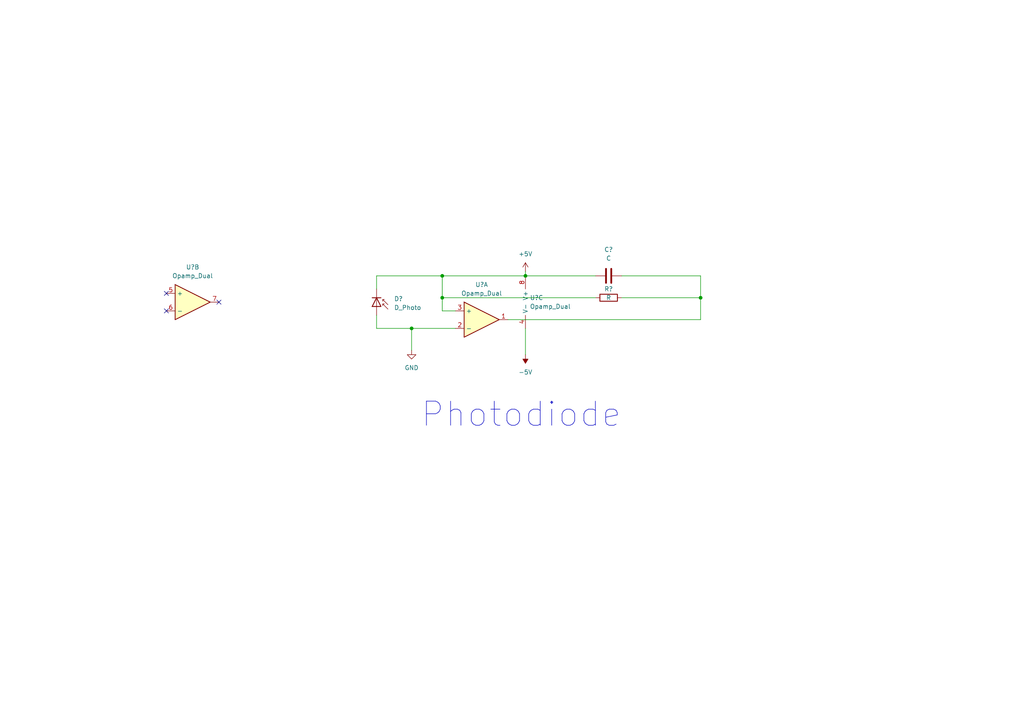
<source format=kicad_sch>
(kicad_sch (version 20211123) (generator eeschema)
  (paper "A4")
  (lib_symbols
    (symbol "Device:C" (pin_numbers hide) (pin_names (offset 0.254))
      (property "Reference" "C" (at 0.635 2.54 0))
      (property "Value" "C" (at 0.635 -2.54 0))
      (symbol "C_0_1"
        (polyline (pts (xy -2.032 -0.762) (xy 2.032 -0.762)) (stroke (width 0.508)))
        (polyline (pts (xy -2.032 0.762) (xy 2.032 0.762)) (stroke (width 0.508)))
      )
      (symbol "C_1_1"
        (pin passive line (at 0 3.81 270) (length 2.794) (name "~") (number "1"))
        (pin passive line (at 0 -3.81 90) (length 2.794) (name "~") (number "2"))
      )
    )
    (symbol "Device:D_Photo" (pin_numbers hide) (pin_names hide)
      (property "Reference" "D" (at 0.508 1.778 0))
      (property "Value" "D_Photo" (at -1.016 -2.794 0))
      (symbol "D_Photo_0_1"
        (polyline (pts (xy -2.54 1.27) (xy -2.54 -1.27)) (stroke (width 0.254)))
        (polyline (pts (xy -2.032 1.778) (xy -1.524 1.778)))
        (polyline (pts (xy 0 0) (xy -2.54 0)))
        (polyline (pts (xy -0.508 3.302) (xy -2.032 1.778) (xy -2.032 2.286)))
        (polyline (pts (xy 0 -1.27) (xy 0 1.27) (xy -2.54 0) (xy 0 -1.27)) (stroke (width 0.254)))
        (polyline (pts (xy 0.762 3.302) (xy -0.762 1.778) (xy -0.762 2.286) (xy -0.762 1.778) (xy -0.254 1.778)))
      )
      (symbol "D_Photo_1_1"
        (pin passive line (at -5.08 0 0) (length 2.54) (name "K") (number "1"))
        (pin passive line (at 2.54 0 180) (length 2.54) (name "A") (number "2"))
      )
    )
    (symbol "Device:Opamp_Dual"
      (property "Reference" "U" (at 0 5.08 0))
      (property "Value" "Opamp_Dual" (at 0 -5.08 0))
      (symbol "Opamp_Dual_1_1"
        (polyline (pts (xy -5.08 5.08) (xy 5.08 0) (xy -5.08 -5.08) (xy -5.08 5.08)) (stroke (width 0.254)) (fill (type background)))
        (pin output line (at 7.62 0 180) (length 2.54) (name "~") (number "1"))
        (pin input line (at -7.62 -2.54 0) (length 2.54) (name "-") (number "2"))
        (pin input line (at -7.62 2.54 0) (length 2.54) (name "+") (number "3"))
      )
      (symbol "Opamp_Dual_2_1"
        (polyline (pts (xy -5.08 5.08) (xy 5.08 0) (xy -5.08 -5.08) (xy -5.08 5.08)) (stroke (width 0.254)) (fill (type background)))
        (pin input line (at -7.62 2.54 0) (length 2.54) (name "+") (number "5"))
        (pin input line (at -7.62 -2.54 0) (length 2.54) (name "-") (number "6"))
        (pin output line (at 7.62 0 180) (length 2.54) (name "~") (number "7"))
      )
      (symbol "Opamp_Dual_3_1"
        (pin power_in line (at -2.54 -7.62 90) (length 3.81) (name "V-") (number "4"))
        (pin power_in line (at -2.54 7.62 270) (length 3.81) (name "V+") (number "8"))
      )
    )
    (symbol "Device:R" (pin_numbers hide) (pin_names (offset 0))
      (property "Reference" "R" (at 2.032 0 90))
      (property "Value" "R" (at 0 0 90))
      (symbol "R_0_1"
        (rectangle (start -1.016 -2.54) (end 1.016 2.54) (stroke (width 0.254)))
      )
      (symbol "R_1_1"
        (pin passive line (at 0 3.81 270) (length 1.27) (name "~") (number "1"))
        (pin passive line (at 0 -3.81 90) (length 1.27) (name "~") (number "2"))
      )
    )
    (symbol "power:+5V" (power) (pin_names (offset 0))
      (property "Value" "+5V" (at 0 3.556 0))
      (symbol "+5V_0_1"
        (polyline (pts (xy -0.762 1.27) (xy 0 2.54)))
        (polyline (pts (xy 0 0) (xy 0 2.54)))
        (polyline (pts (xy 0 2.54) (xy 0.762 1.27)))
      )
      (symbol "+5V_1_1"
        (pin power_in line (at 0 0 90) (length 0) hide (name "+5V") (number "1"))
      )
    )
    (symbol "power:-5V" (power) (pin_names (offset 0))
      (property "Value" "-5V" (at 0 3.81 0))
      (symbol "-5V_0_0"
        (pin power_in line (at 0 0 90) (length 0) hide (name "-5V") (number "1"))
      )
      (symbol "-5V_0_1"
        (polyline (pts (xy 0 0) (xy 0 1.27) (xy 0.762 1.27) (xy 0 2.54) (xy -0.762 1.27) (xy 0 1.27)) (fill (type outline)))
      )
    )
    (symbol "power:GND" (power) (pin_names (offset 0))
      (property "Value" "GND" (at 0 -3.81 0))
      (symbol "GND_0_1"
        (polyline (pts (xy 0 0) (xy 0 -1.27) (xy 1.27 -1.27) (xy 0 -2.54) (xy -1.27 -1.27) (xy 0 -1.27)))
      )
      (symbol "GND_1_1"
        (pin power_in line (at 0 0 270) (length 0) hide (name "GND") (number "1"))
      )
    )
  )
  (junction (at 128.27 86.36))
  (junction (at 128.27 80.01))
  (junction (at 119.38 95.25))
  (junction (at 152.4 80.01))
  (junction (at 203.2 86.36))
  (no_connect (at 48.26 85.09))
  (no_connect (at 63.5 87.63))
  (no_connect (at 48.26 90.17))
  (wire (pts (xy 109.22 80.01) (xy 128.27 80.01)))
  (wire (pts (xy 132.08 90.17) (xy 128.27 90.17)))
  (wire (pts (xy 128.27 90.17) (xy 128.27 86.36)))
  (wire (pts (xy 152.4 95.25) (xy 152.4 102.87)))
  (wire (pts (xy 152.4 78.74) (xy 152.4 80.01)))
  (wire (pts (xy 203.2 86.36) (xy 203.2 80.01)))
  (wire (pts (xy 119.38 101.6) (xy 119.38 95.25)))
  (wire (pts (xy 147.32 92.71) (xy 203.2 92.71)))
  (wire (pts (xy 180.34 86.36) (xy 203.2 86.36)))
  (wire (pts (xy 128.27 86.36) (xy 172.72 86.36)))
  (wire (pts (xy 119.38 95.25) (xy 132.08 95.25)))
  (wire (pts (xy 109.22 95.25) (xy 119.38 95.25)))
  (wire (pts (xy 128.27 80.01) (xy 152.4 80.01)))
  (wire (pts (xy 152.4 80.01) (xy 172.72 80.01)))
  (wire (pts (xy 109.22 83.82) (xy 109.22 80.01)))
  (wire (pts (xy 180.34 80.01) (xy 203.2 80.01)))
  (wire (pts (xy 203.2 92.71) (xy 203.2 86.36)))
  (wire (pts (xy 109.22 91.44) (xy 109.22 95.25)))
  (wire (pts (xy 128.27 80.01) (xy 128.27 86.36)))
  (text "Photodiode" (at 121.92 124.46 0) (effects (font (size 7 7)) (justify left bottom)))
  (symbol (lib_id "Device:Opamp_Dual") (at 154.94 87.63 0) (unit 3)
    (property "Reference" "U?" (at 153.67 86.3599 0) (effects (justify left)))
    (property "Value" "Opamp_Dual" (at 153.67 88.8999 0) (effects (justify left)))
  )
  (symbol (lib_id "Device:D_Photo") (at 109.22 88.9 270) (unit 1)
    (property "Reference" "D?" (at 114.3 86.6774 90) (effects (justify left)))
    (property "Value" "D_Photo" (at 114.3 89.2174 90) (effects (justify left)))
  )
  (symbol (lib_id "Device:R") (at 176.53 86.36 90) (unit 1)
    (property "Reference" "R?" (at 176.53 83.82 90))
    (property "Value" "R" (at 176.53 86.36 90))
  )
  (symbol (lib_id "power:+5V") (at 152.4 78.74 0) (unit 1)
    (property "Reference" "#PWR?" (effects hide))
    (property "Value" "+5V" (at 152.4 73.66 0))
  )
  (symbol (lib_id "Device:Opamp_Dual") (at 55.88 87.63 0) (unit 2)
    (property "Reference" "U?" (at 55.88 77.47 0))
    (property "Value" "Opamp_Dual" (at 55.88 80.01 0))
  )
  (symbol (lib_id "Device:C") (at 176.53 80.01 90) (unit 1)
    (property "Reference" "C?" (at 176.53 72.39 90))
    (property "Value" "C" (at 176.53 74.93 90))
  )
  (symbol (lib_id "Device:Opamp_Dual") (at 139.7 92.71 0) (unit 1)
    (property "Reference" "U?" (at 139.7 82.55 0))
    (property "Value" "Opamp_Dual" (at 139.7 85.09 0))
  )
  (symbol (lib_id "power:-5V") (at 152.4 102.87 180) (unit 1)
    (property "Reference" "#PWR?" (effects hide))
    (property "Value" "-5V" (at 152.4 107.95 0))
  )
  (symbol (lib_id "power:GND") (at 119.38 101.6 0) (unit 1)
    (property "Reference" "#PWR?" (effects hide))
    (property "Value" "GND" (at 119.38 106.68 0))
  )
)
</source>
